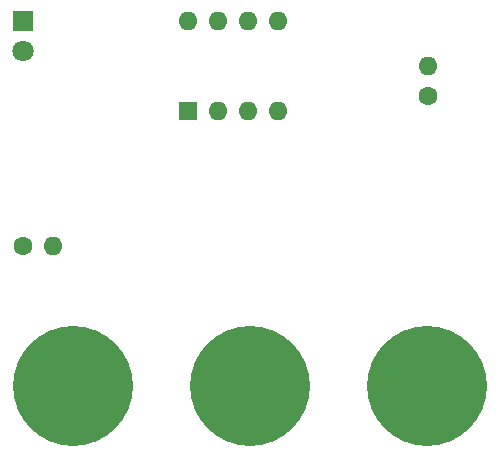
<source format=gbr>
%TF.GenerationSoftware,KiCad,Pcbnew,(5.1.10-1-10_14)*%
%TF.CreationDate,2022-02-21T01:09:15+09:00*%
%TF.ProjectId,SS60,53533630-2e6b-4696-9361-645f70636258,rev?*%
%TF.SameCoordinates,Original*%
%TF.FileFunction,Soldermask,Top*%
%TF.FilePolarity,Negative*%
%FSLAX46Y46*%
G04 Gerber Fmt 4.6, Leading zero omitted, Abs format (unit mm)*
G04 Created by KiCad (PCBNEW (5.1.10-1-10_14)) date 2022-02-21 01:09:15*
%MOMM*%
%LPD*%
G01*
G04 APERTURE LIST*
%ADD10R,1.800000X1.800000*%
%ADD11C,1.800000*%
%ADD12C,10.160000*%
%ADD13C,1.600000*%
%ADD14O,1.600000X1.600000*%
%ADD15R,1.600000X1.600000*%
G04 APERTURE END LIST*
D10*
%TO.C,D1*%
X115570000Y-69850000D03*
D11*
X115570000Y-72390000D03*
%TD*%
D12*
%TO.C,J1*%
X119825001Y-100775001D03*
X149795001Y-100775001D03*
X134815001Y-100775001D03*
%TD*%
D13*
%TO.C,R1*%
X115570000Y-88900000D03*
D14*
X118110000Y-88900000D03*
%TD*%
%TO.C,R2*%
X149860000Y-73660000D03*
D13*
X149860000Y-76200000D03*
%TD*%
D15*
%TO.C,U1*%
X129540000Y-77470000D03*
D14*
X137160000Y-69850000D03*
X132080000Y-77470000D03*
X134620000Y-69850000D03*
X134620000Y-77470000D03*
X132080000Y-69850000D03*
X137160000Y-77470000D03*
X129540000Y-69850000D03*
%TD*%
M02*

</source>
